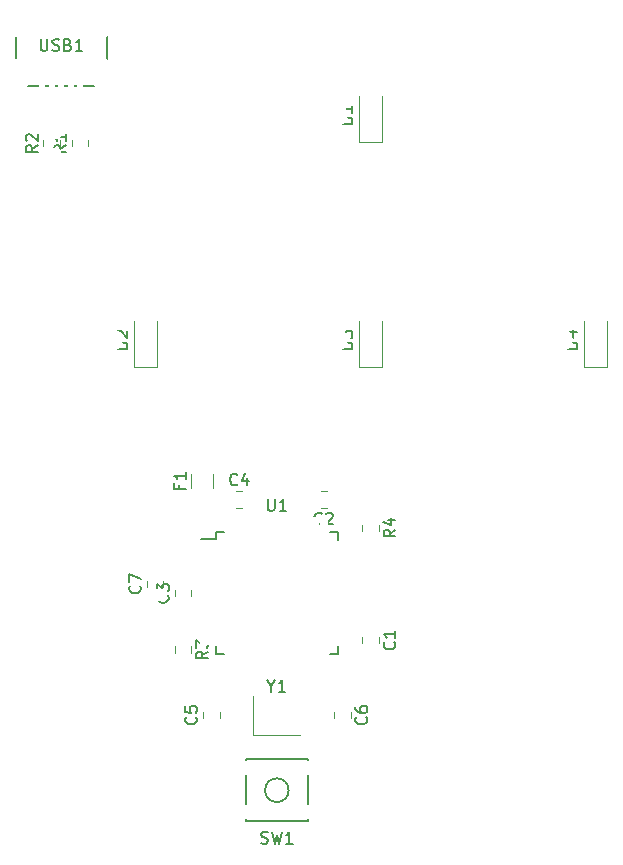
<source format=gto>
G04 #@! TF.GenerationSoftware,KiCad,Pcbnew,(5.1.4)-1*
G04 #@! TF.CreationDate,2022-10-29T17:57:50-05:00*
G04 #@! TF.ProjectId,first-3k-keypad,66697273-742d-4336-9b2d-6b6579706164,rev?*
G04 #@! TF.SameCoordinates,Original*
G04 #@! TF.FileFunction,Legend,Top*
G04 #@! TF.FilePolarity,Positive*
%FSLAX46Y46*%
G04 Gerber Fmt 4.6, Leading zero omitted, Abs format (unit mm)*
G04 Created by KiCad (PCBNEW (5.1.4)-1) date 2022-10-29 17:57:50*
%MOMM*%
%LPD*%
G04 APERTURE LIST*
%ADD10C,0.120000*%
%ADD11C,0.150000*%
%ADD12C,4.089800*%
%ADD13C,1.852000*%
%ADD14C,0.020000*%
%ADD15C,1.352000*%
%ADD16C,1.077000*%
%ADD17R,1.602000X0.652000*%
%ADD18R,0.652000X1.602000*%
%ADD19R,1.502000X1.302000*%
%ADD20R,0.602000X2.352000*%
%ADD21O,1.802000X2.802000*%
%ADD22R,1.902000X1.202000*%
%ADD23R,1.302000X1.002000*%
G04 APERTURE END LIST*
D10*
X121560000Y-136333314D02*
X121560000Y-135129186D01*
X119740000Y-136333314D02*
X119740000Y-135129186D01*
X111041250Y-107414828D02*
X111041250Y-106897672D01*
X109621250Y-107414828D02*
X109621250Y-106897672D01*
D11*
X121825000Y-140081250D02*
X121825000Y-140656250D01*
X132175000Y-140081250D02*
X132175000Y-140756250D01*
X132175000Y-150431250D02*
X132175000Y-149756250D01*
X121825000Y-150431250D02*
X121825000Y-149756250D01*
X121825000Y-140081250D02*
X122500000Y-140081250D01*
X121825000Y-150431250D02*
X122500000Y-150431250D01*
X132175000Y-150431250D02*
X131500000Y-150431250D01*
X132175000Y-140081250D02*
X131500000Y-140081250D01*
X121825000Y-140656250D02*
X120550000Y-140656250D01*
D10*
X125000000Y-153925000D02*
X125000000Y-157225000D01*
X125000000Y-157225000D02*
X129000000Y-157225000D01*
D11*
X112593750Y-102287500D02*
X104893750Y-102287500D01*
X104893750Y-96837500D02*
X104893750Y-102287500D01*
X112593750Y-96837500D02*
X112593750Y-102287500D01*
X128000000Y-161925000D02*
G75*
G03X128000000Y-161925000I-1000000J0D01*
G01*
X124400000Y-164525000D02*
X124400000Y-159325000D01*
X129600000Y-164525000D02*
X124400000Y-164525000D01*
X129600000Y-159325000D02*
X129600000Y-164525000D01*
X124400000Y-159325000D02*
X129600000Y-159325000D01*
D10*
X134227500Y-139441422D02*
X134227500Y-139958578D01*
X135647500Y-139441422D02*
X135647500Y-139958578D01*
X119772500Y-149760172D02*
X119772500Y-150277328D01*
X118352500Y-149760172D02*
X118352500Y-150277328D01*
X107240000Y-107414828D02*
X107240000Y-106897672D01*
X108660000Y-107414828D02*
X108660000Y-106897672D01*
X152987500Y-126075000D02*
X154987500Y-126075000D01*
X154987500Y-126075000D02*
X154987500Y-122175000D01*
X152987500Y-126075000D02*
X152987500Y-122175000D01*
X133937500Y-126075000D02*
X133937500Y-122175000D01*
X135937500Y-126075000D02*
X135937500Y-122175000D01*
X133937500Y-126075000D02*
X135937500Y-126075000D01*
X114887500Y-126075000D02*
X116887500Y-126075000D01*
X116887500Y-126075000D02*
X116887500Y-122175000D01*
X114887500Y-126075000D02*
X114887500Y-122175000D01*
X133937500Y-107025000D02*
X135937500Y-107025000D01*
X135937500Y-107025000D02*
X135937500Y-103125000D01*
X133937500Y-107025000D02*
X133937500Y-103125000D01*
X117391250Y-144721078D02*
X117391250Y-144203922D01*
X115971250Y-144721078D02*
X115971250Y-144203922D01*
X131846250Y-155316422D02*
X131846250Y-155833578D01*
X133266250Y-155316422D02*
X133266250Y-155833578D01*
X122153750Y-155833578D02*
X122153750Y-155316422D01*
X120733750Y-155833578D02*
X120733750Y-155316422D01*
X123566422Y-138028750D02*
X124083578Y-138028750D01*
X123566422Y-136608750D02*
X124083578Y-136608750D01*
X119772500Y-145514828D02*
X119772500Y-144997672D01*
X118352500Y-145514828D02*
X118352500Y-144997672D01*
X131227328Y-138028750D02*
X130710172Y-138028750D01*
X131227328Y-136608750D02*
X130710172Y-136608750D01*
X135647500Y-148966422D02*
X135647500Y-149483578D01*
X134227500Y-148966422D02*
X134227500Y-149483578D01*
D11*
X118758571Y-136064583D02*
X118758571Y-136397916D01*
X119282380Y-136397916D02*
X118282380Y-136397916D01*
X118282380Y-135921726D01*
X119282380Y-135016964D02*
X119282380Y-135588392D01*
X119282380Y-135302678D02*
X118282380Y-135302678D01*
X118425238Y-135397916D01*
X118520476Y-135493154D01*
X118568095Y-135588392D01*
X109133630Y-107322916D02*
X108657440Y-107656250D01*
X109133630Y-107894345D02*
X108133630Y-107894345D01*
X108133630Y-107513392D01*
X108181250Y-107418154D01*
X108228869Y-107370535D01*
X108324107Y-107322916D01*
X108466964Y-107322916D01*
X108562202Y-107370535D01*
X108609821Y-107418154D01*
X108657440Y-107513392D01*
X108657440Y-107894345D01*
X109133630Y-106370535D02*
X109133630Y-106941964D01*
X109133630Y-106656250D02*
X108133630Y-106656250D01*
X108276488Y-106751488D01*
X108371726Y-106846726D01*
X108419345Y-106941964D01*
X126238095Y-137258630D02*
X126238095Y-138068154D01*
X126285714Y-138163392D01*
X126333333Y-138211011D01*
X126428571Y-138258630D01*
X126619047Y-138258630D01*
X126714285Y-138211011D01*
X126761904Y-138163392D01*
X126809523Y-138068154D01*
X126809523Y-137258630D01*
X127809523Y-138258630D02*
X127238095Y-138258630D01*
X127523809Y-138258630D02*
X127523809Y-137258630D01*
X127428571Y-137401488D01*
X127333333Y-137496726D01*
X127238095Y-137544345D01*
X126523809Y-153101190D02*
X126523809Y-153577380D01*
X126190476Y-152577380D02*
X126523809Y-153101190D01*
X126857142Y-152577380D01*
X127714285Y-153577380D02*
X127142857Y-153577380D01*
X127428571Y-153577380D02*
X127428571Y-152577380D01*
X127333333Y-152720238D01*
X127238095Y-152815476D01*
X127142857Y-152863095D01*
X107005654Y-98321880D02*
X107005654Y-99131404D01*
X107053273Y-99226642D01*
X107100892Y-99274261D01*
X107196130Y-99321880D01*
X107386607Y-99321880D01*
X107481845Y-99274261D01*
X107529464Y-99226642D01*
X107577083Y-99131404D01*
X107577083Y-98321880D01*
X108005654Y-99274261D02*
X108148511Y-99321880D01*
X108386607Y-99321880D01*
X108481845Y-99274261D01*
X108529464Y-99226642D01*
X108577083Y-99131404D01*
X108577083Y-99036166D01*
X108529464Y-98940928D01*
X108481845Y-98893309D01*
X108386607Y-98845690D01*
X108196130Y-98798071D01*
X108100892Y-98750452D01*
X108053273Y-98702833D01*
X108005654Y-98607595D01*
X108005654Y-98512357D01*
X108053273Y-98417119D01*
X108100892Y-98369500D01*
X108196130Y-98321880D01*
X108434226Y-98321880D01*
X108577083Y-98369500D01*
X109338988Y-98798071D02*
X109481845Y-98845690D01*
X109529464Y-98893309D01*
X109577083Y-98988547D01*
X109577083Y-99131404D01*
X109529464Y-99226642D01*
X109481845Y-99274261D01*
X109386607Y-99321880D01*
X109005654Y-99321880D01*
X109005654Y-98321880D01*
X109338988Y-98321880D01*
X109434226Y-98369500D01*
X109481845Y-98417119D01*
X109529464Y-98512357D01*
X109529464Y-98607595D01*
X109481845Y-98702833D01*
X109434226Y-98750452D01*
X109338988Y-98798071D01*
X109005654Y-98798071D01*
X110529464Y-99321880D02*
X109958035Y-99321880D01*
X110243750Y-99321880D02*
X110243750Y-98321880D01*
X110148511Y-98464738D01*
X110053273Y-98559976D01*
X109958035Y-98607595D01*
X125666666Y-166393761D02*
X125809523Y-166441380D01*
X126047619Y-166441380D01*
X126142857Y-166393761D01*
X126190476Y-166346142D01*
X126238095Y-166250904D01*
X126238095Y-166155666D01*
X126190476Y-166060428D01*
X126142857Y-166012809D01*
X126047619Y-165965190D01*
X125857142Y-165917571D01*
X125761904Y-165869952D01*
X125714285Y-165822333D01*
X125666666Y-165727095D01*
X125666666Y-165631857D01*
X125714285Y-165536619D01*
X125761904Y-165489000D01*
X125857142Y-165441380D01*
X126095238Y-165441380D01*
X126238095Y-165489000D01*
X126571428Y-165441380D02*
X126809523Y-166441380D01*
X127000000Y-165727095D01*
X127190476Y-166441380D01*
X127428571Y-165441380D01*
X128333333Y-166441380D02*
X127761904Y-166441380D01*
X128047619Y-166441380D02*
X128047619Y-165441380D01*
X127952380Y-165584238D01*
X127857142Y-165679476D01*
X127761904Y-165727095D01*
X137039880Y-139866666D02*
X136563690Y-140200000D01*
X137039880Y-140438095D02*
X136039880Y-140438095D01*
X136039880Y-140057142D01*
X136087500Y-139961904D01*
X136135119Y-139914285D01*
X136230357Y-139866666D01*
X136373214Y-139866666D01*
X136468452Y-139914285D01*
X136516071Y-139961904D01*
X136563690Y-140057142D01*
X136563690Y-140438095D01*
X136373214Y-139009523D02*
X137039880Y-139009523D01*
X135992261Y-139247619D02*
X136706547Y-139485714D01*
X136706547Y-138866666D01*
X121164880Y-150185416D02*
X120688690Y-150518750D01*
X121164880Y-150756845D02*
X120164880Y-150756845D01*
X120164880Y-150375892D01*
X120212500Y-150280654D01*
X120260119Y-150233035D01*
X120355357Y-150185416D01*
X120498214Y-150185416D01*
X120593452Y-150233035D01*
X120641071Y-150280654D01*
X120688690Y-150375892D01*
X120688690Y-150756845D01*
X120164880Y-149852083D02*
X120164880Y-149233035D01*
X120545833Y-149566369D01*
X120545833Y-149423511D01*
X120593452Y-149328273D01*
X120641071Y-149280654D01*
X120736309Y-149233035D01*
X120974404Y-149233035D01*
X121069642Y-149280654D01*
X121117261Y-149328273D01*
X121164880Y-149423511D01*
X121164880Y-149709226D01*
X121117261Y-149804464D01*
X121069642Y-149852083D01*
X106752380Y-107322916D02*
X106276190Y-107656250D01*
X106752380Y-107894345D02*
X105752380Y-107894345D01*
X105752380Y-107513392D01*
X105800000Y-107418154D01*
X105847619Y-107370535D01*
X105942857Y-107322916D01*
X106085714Y-107322916D01*
X106180952Y-107370535D01*
X106228571Y-107418154D01*
X106276190Y-107513392D01*
X106276190Y-107894345D01*
X105847619Y-106941964D02*
X105800000Y-106894345D01*
X105752380Y-106799107D01*
X105752380Y-106561011D01*
X105800000Y-106465773D01*
X105847619Y-106418154D01*
X105942857Y-106370535D01*
X106038095Y-106370535D01*
X106180952Y-106418154D01*
X106752380Y-106989583D01*
X106752380Y-106370535D01*
X152439880Y-124563095D02*
X151439880Y-124563095D01*
X151439880Y-124325000D01*
X151487500Y-124182142D01*
X151582738Y-124086904D01*
X151677976Y-124039285D01*
X151868452Y-123991666D01*
X152011309Y-123991666D01*
X152201785Y-124039285D01*
X152297023Y-124086904D01*
X152392261Y-124182142D01*
X152439880Y-124325000D01*
X152439880Y-124563095D01*
X151773214Y-123134523D02*
X152439880Y-123134523D01*
X151392261Y-123372619D02*
X152106547Y-123610714D01*
X152106547Y-122991666D01*
X133389880Y-124563095D02*
X132389880Y-124563095D01*
X132389880Y-124325000D01*
X132437500Y-124182142D01*
X132532738Y-124086904D01*
X132627976Y-124039285D01*
X132818452Y-123991666D01*
X132961309Y-123991666D01*
X133151785Y-124039285D01*
X133247023Y-124086904D01*
X133342261Y-124182142D01*
X133389880Y-124325000D01*
X133389880Y-124563095D01*
X132389880Y-123658333D02*
X132389880Y-123039285D01*
X132770833Y-123372619D01*
X132770833Y-123229761D01*
X132818452Y-123134523D01*
X132866071Y-123086904D01*
X132961309Y-123039285D01*
X133199404Y-123039285D01*
X133294642Y-123086904D01*
X133342261Y-123134523D01*
X133389880Y-123229761D01*
X133389880Y-123515476D01*
X133342261Y-123610714D01*
X133294642Y-123658333D01*
X114339880Y-124563095D02*
X113339880Y-124563095D01*
X113339880Y-124325000D01*
X113387500Y-124182142D01*
X113482738Y-124086904D01*
X113577976Y-124039285D01*
X113768452Y-123991666D01*
X113911309Y-123991666D01*
X114101785Y-124039285D01*
X114197023Y-124086904D01*
X114292261Y-124182142D01*
X114339880Y-124325000D01*
X114339880Y-124563095D01*
X113435119Y-123610714D02*
X113387500Y-123563095D01*
X113339880Y-123467857D01*
X113339880Y-123229761D01*
X113387500Y-123134523D01*
X113435119Y-123086904D01*
X113530357Y-123039285D01*
X113625595Y-123039285D01*
X113768452Y-123086904D01*
X114339880Y-123658333D01*
X114339880Y-123039285D01*
X133389880Y-105513095D02*
X132389880Y-105513095D01*
X132389880Y-105275000D01*
X132437500Y-105132142D01*
X132532738Y-105036904D01*
X132627976Y-104989285D01*
X132818452Y-104941666D01*
X132961309Y-104941666D01*
X133151785Y-104989285D01*
X133247023Y-105036904D01*
X133342261Y-105132142D01*
X133389880Y-105275000D01*
X133389880Y-105513095D01*
X133389880Y-103989285D02*
X133389880Y-104560714D01*
X133389880Y-104275000D02*
X132389880Y-104275000D01*
X132532738Y-104370238D01*
X132627976Y-104465476D01*
X132675595Y-104560714D01*
X115388392Y-144629166D02*
X115436011Y-144676785D01*
X115483630Y-144819642D01*
X115483630Y-144914880D01*
X115436011Y-145057738D01*
X115340773Y-145152976D01*
X115245535Y-145200595D01*
X115055059Y-145248214D01*
X114912202Y-145248214D01*
X114721726Y-145200595D01*
X114626488Y-145152976D01*
X114531250Y-145057738D01*
X114483630Y-144914880D01*
X114483630Y-144819642D01*
X114531250Y-144676785D01*
X114578869Y-144629166D01*
X114483630Y-144295833D02*
X114483630Y-143629166D01*
X115483630Y-144057738D01*
X134563392Y-155741666D02*
X134611011Y-155789285D01*
X134658630Y-155932142D01*
X134658630Y-156027380D01*
X134611011Y-156170238D01*
X134515773Y-156265476D01*
X134420535Y-156313095D01*
X134230059Y-156360714D01*
X134087202Y-156360714D01*
X133896726Y-156313095D01*
X133801488Y-156265476D01*
X133706250Y-156170238D01*
X133658630Y-156027380D01*
X133658630Y-155932142D01*
X133706250Y-155789285D01*
X133753869Y-155741666D01*
X133658630Y-154884523D02*
X133658630Y-155075000D01*
X133706250Y-155170238D01*
X133753869Y-155217857D01*
X133896726Y-155313095D01*
X134087202Y-155360714D01*
X134468154Y-155360714D01*
X134563392Y-155313095D01*
X134611011Y-155265476D01*
X134658630Y-155170238D01*
X134658630Y-154979761D01*
X134611011Y-154884523D01*
X134563392Y-154836904D01*
X134468154Y-154789285D01*
X134230059Y-154789285D01*
X134134821Y-154836904D01*
X134087202Y-154884523D01*
X134039583Y-154979761D01*
X134039583Y-155170238D01*
X134087202Y-155265476D01*
X134134821Y-155313095D01*
X134230059Y-155360714D01*
X120150892Y-155741666D02*
X120198511Y-155789285D01*
X120246130Y-155932142D01*
X120246130Y-156027380D01*
X120198511Y-156170238D01*
X120103273Y-156265476D01*
X120008035Y-156313095D01*
X119817559Y-156360714D01*
X119674702Y-156360714D01*
X119484226Y-156313095D01*
X119388988Y-156265476D01*
X119293750Y-156170238D01*
X119246130Y-156027380D01*
X119246130Y-155932142D01*
X119293750Y-155789285D01*
X119341369Y-155741666D01*
X119246130Y-154836904D02*
X119246130Y-155313095D01*
X119722321Y-155360714D01*
X119674702Y-155313095D01*
X119627083Y-155217857D01*
X119627083Y-154979761D01*
X119674702Y-154884523D01*
X119722321Y-154836904D01*
X119817559Y-154789285D01*
X120055654Y-154789285D01*
X120150892Y-154836904D01*
X120198511Y-154884523D01*
X120246130Y-154979761D01*
X120246130Y-155217857D01*
X120198511Y-155313095D01*
X120150892Y-155360714D01*
X123658333Y-136025892D02*
X123610714Y-136073511D01*
X123467857Y-136121130D01*
X123372619Y-136121130D01*
X123229761Y-136073511D01*
X123134523Y-135978273D01*
X123086904Y-135883035D01*
X123039285Y-135692559D01*
X123039285Y-135549702D01*
X123086904Y-135359226D01*
X123134523Y-135263988D01*
X123229761Y-135168750D01*
X123372619Y-135121130D01*
X123467857Y-135121130D01*
X123610714Y-135168750D01*
X123658333Y-135216369D01*
X124515476Y-135454464D02*
X124515476Y-136121130D01*
X124277380Y-135073511D02*
X124039285Y-135787797D01*
X124658333Y-135787797D01*
X117769642Y-145422916D02*
X117817261Y-145470535D01*
X117864880Y-145613392D01*
X117864880Y-145708630D01*
X117817261Y-145851488D01*
X117722023Y-145946726D01*
X117626785Y-145994345D01*
X117436309Y-146041964D01*
X117293452Y-146041964D01*
X117102976Y-145994345D01*
X117007738Y-145946726D01*
X116912500Y-145851488D01*
X116864880Y-145708630D01*
X116864880Y-145613392D01*
X116912500Y-145470535D01*
X116960119Y-145422916D01*
X116864880Y-145089583D02*
X116864880Y-144470535D01*
X117245833Y-144803869D01*
X117245833Y-144661011D01*
X117293452Y-144565773D01*
X117341071Y-144518154D01*
X117436309Y-144470535D01*
X117674404Y-144470535D01*
X117769642Y-144518154D01*
X117817261Y-144565773D01*
X117864880Y-144661011D01*
X117864880Y-144946726D01*
X117817261Y-145041964D01*
X117769642Y-145089583D01*
X130802083Y-139325892D02*
X130754464Y-139373511D01*
X130611607Y-139421130D01*
X130516369Y-139421130D01*
X130373511Y-139373511D01*
X130278273Y-139278273D01*
X130230654Y-139183035D01*
X130183035Y-138992559D01*
X130183035Y-138849702D01*
X130230654Y-138659226D01*
X130278273Y-138563988D01*
X130373511Y-138468750D01*
X130516369Y-138421130D01*
X130611607Y-138421130D01*
X130754464Y-138468750D01*
X130802083Y-138516369D01*
X131183035Y-138516369D02*
X131230654Y-138468750D01*
X131325892Y-138421130D01*
X131563988Y-138421130D01*
X131659226Y-138468750D01*
X131706845Y-138516369D01*
X131754464Y-138611607D01*
X131754464Y-138706845D01*
X131706845Y-138849702D01*
X131135416Y-139421130D01*
X131754464Y-139421130D01*
X136944642Y-149391666D02*
X136992261Y-149439285D01*
X137039880Y-149582142D01*
X137039880Y-149677380D01*
X136992261Y-149820238D01*
X136897023Y-149915476D01*
X136801785Y-149963095D01*
X136611309Y-150010714D01*
X136468452Y-150010714D01*
X136277976Y-149963095D01*
X136182738Y-149915476D01*
X136087500Y-149820238D01*
X136039880Y-149677380D01*
X136039880Y-149582142D01*
X136087500Y-149439285D01*
X136135119Y-149391666D01*
X137039880Y-148439285D02*
X137039880Y-149010714D01*
X137039880Y-148725000D02*
X136039880Y-148725000D01*
X136182738Y-148820238D01*
X136277976Y-148915476D01*
X136325595Y-149010714D01*
%LPC*%
D12*
X146050000Y-123825000D03*
D13*
X140970000Y-123825000D03*
X151130000Y-123825000D03*
D14*
G36*
X121332104Y-133656552D02*
G01*
X121358352Y-133660446D01*
X121384093Y-133666893D01*
X121409078Y-133675833D01*
X121433066Y-133687178D01*
X121455826Y-133700821D01*
X121477140Y-133716628D01*
X121496802Y-133734448D01*
X121514622Y-133754110D01*
X121530429Y-133775424D01*
X121544072Y-133798184D01*
X121555417Y-133822172D01*
X121564357Y-133847157D01*
X121570804Y-133872898D01*
X121574698Y-133899146D01*
X121576000Y-133925650D01*
X121576000Y-134736850D01*
X121574698Y-134763354D01*
X121570804Y-134789602D01*
X121564357Y-134815343D01*
X121555417Y-134840328D01*
X121544072Y-134864316D01*
X121530429Y-134887076D01*
X121514622Y-134908390D01*
X121496802Y-134928052D01*
X121477140Y-134945872D01*
X121455826Y-134961679D01*
X121433066Y-134975322D01*
X121409078Y-134986667D01*
X121384093Y-134995607D01*
X121358352Y-135002054D01*
X121332104Y-135005948D01*
X121305600Y-135007250D01*
X119994400Y-135007250D01*
X119967896Y-135005948D01*
X119941648Y-135002054D01*
X119915907Y-134995607D01*
X119890922Y-134986667D01*
X119866934Y-134975322D01*
X119844174Y-134961679D01*
X119822860Y-134945872D01*
X119803198Y-134928052D01*
X119785378Y-134908390D01*
X119769571Y-134887076D01*
X119755928Y-134864316D01*
X119744583Y-134840328D01*
X119735643Y-134815343D01*
X119729196Y-134789602D01*
X119725302Y-134763354D01*
X119724000Y-134736850D01*
X119724000Y-133925650D01*
X119725302Y-133899146D01*
X119729196Y-133872898D01*
X119735643Y-133847157D01*
X119744583Y-133822172D01*
X119755928Y-133798184D01*
X119769571Y-133775424D01*
X119785378Y-133754110D01*
X119803198Y-133734448D01*
X119822860Y-133716628D01*
X119844174Y-133700821D01*
X119866934Y-133687178D01*
X119890922Y-133675833D01*
X119915907Y-133666893D01*
X119941648Y-133660446D01*
X119967896Y-133656552D01*
X119994400Y-133655250D01*
X121305600Y-133655250D01*
X121332104Y-133656552D01*
X121332104Y-133656552D01*
G37*
D15*
X120650000Y-134331250D03*
D14*
G36*
X121332104Y-136456552D02*
G01*
X121358352Y-136460446D01*
X121384093Y-136466893D01*
X121409078Y-136475833D01*
X121433066Y-136487178D01*
X121455826Y-136500821D01*
X121477140Y-136516628D01*
X121496802Y-136534448D01*
X121514622Y-136554110D01*
X121530429Y-136575424D01*
X121544072Y-136598184D01*
X121555417Y-136622172D01*
X121564357Y-136647157D01*
X121570804Y-136672898D01*
X121574698Y-136699146D01*
X121576000Y-136725650D01*
X121576000Y-137536850D01*
X121574698Y-137563354D01*
X121570804Y-137589602D01*
X121564357Y-137615343D01*
X121555417Y-137640328D01*
X121544072Y-137664316D01*
X121530429Y-137687076D01*
X121514622Y-137708390D01*
X121496802Y-137728052D01*
X121477140Y-137745872D01*
X121455826Y-137761679D01*
X121433066Y-137775322D01*
X121409078Y-137786667D01*
X121384093Y-137795607D01*
X121358352Y-137802054D01*
X121332104Y-137805948D01*
X121305600Y-137807250D01*
X119994400Y-137807250D01*
X119967896Y-137805948D01*
X119941648Y-137802054D01*
X119915907Y-137795607D01*
X119890922Y-137786667D01*
X119866934Y-137775322D01*
X119844174Y-137761679D01*
X119822860Y-137745872D01*
X119803198Y-137728052D01*
X119785378Y-137708390D01*
X119769571Y-137687076D01*
X119755928Y-137664316D01*
X119744583Y-137640328D01*
X119735643Y-137615343D01*
X119729196Y-137589602D01*
X119725302Y-137563354D01*
X119724000Y-137536850D01*
X119724000Y-136725650D01*
X119725302Y-136699146D01*
X119729196Y-136672898D01*
X119735643Y-136647157D01*
X119744583Y-136622172D01*
X119755928Y-136598184D01*
X119769571Y-136575424D01*
X119785378Y-136554110D01*
X119803198Y-136534448D01*
X119822860Y-136516628D01*
X119844174Y-136500821D01*
X119866934Y-136487178D01*
X119890922Y-136475833D01*
X119915907Y-136466893D01*
X119941648Y-136460446D01*
X119967896Y-136456552D01*
X119994400Y-136455250D01*
X121305600Y-136455250D01*
X121332104Y-136456552D01*
X121332104Y-136456552D01*
G37*
D15*
X120650000Y-137131250D03*
D14*
G36*
X110839391Y-105681547D02*
G01*
X110865528Y-105685424D01*
X110891159Y-105691844D01*
X110916038Y-105700745D01*
X110939924Y-105712043D01*
X110962587Y-105725627D01*
X110983810Y-105741367D01*
X111003389Y-105759111D01*
X111021133Y-105778690D01*
X111036873Y-105799913D01*
X111050457Y-105822576D01*
X111061755Y-105846462D01*
X111070656Y-105871341D01*
X111077076Y-105896972D01*
X111080953Y-105923109D01*
X111082250Y-105949500D01*
X111082250Y-106488000D01*
X111080953Y-106514391D01*
X111077076Y-106540528D01*
X111070656Y-106566159D01*
X111061755Y-106591038D01*
X111050457Y-106614924D01*
X111036873Y-106637587D01*
X111021133Y-106658810D01*
X111003389Y-106678389D01*
X110983810Y-106696133D01*
X110962587Y-106711873D01*
X110939924Y-106725457D01*
X110916038Y-106736755D01*
X110891159Y-106745656D01*
X110865528Y-106752076D01*
X110839391Y-106755953D01*
X110813000Y-106757250D01*
X109849500Y-106757250D01*
X109823109Y-106755953D01*
X109796972Y-106752076D01*
X109771341Y-106745656D01*
X109746462Y-106736755D01*
X109722576Y-106725457D01*
X109699913Y-106711873D01*
X109678690Y-106696133D01*
X109659111Y-106678389D01*
X109641367Y-106658810D01*
X109625627Y-106637587D01*
X109612043Y-106614924D01*
X109600745Y-106591038D01*
X109591844Y-106566159D01*
X109585424Y-106540528D01*
X109581547Y-106514391D01*
X109580250Y-106488000D01*
X109580250Y-105949500D01*
X109581547Y-105923109D01*
X109585424Y-105896972D01*
X109591844Y-105871341D01*
X109600745Y-105846462D01*
X109612043Y-105822576D01*
X109625627Y-105799913D01*
X109641367Y-105778690D01*
X109659111Y-105759111D01*
X109678690Y-105741367D01*
X109699913Y-105725627D01*
X109722576Y-105712043D01*
X109746462Y-105700745D01*
X109771341Y-105691844D01*
X109796972Y-105685424D01*
X109823109Y-105681547D01*
X109849500Y-105680250D01*
X110813000Y-105680250D01*
X110839391Y-105681547D01*
X110839391Y-105681547D01*
G37*
D16*
X110331250Y-106218750D03*
D14*
G36*
X110839391Y-107556547D02*
G01*
X110865528Y-107560424D01*
X110891159Y-107566844D01*
X110916038Y-107575745D01*
X110939924Y-107587043D01*
X110962587Y-107600627D01*
X110983810Y-107616367D01*
X111003389Y-107634111D01*
X111021133Y-107653690D01*
X111036873Y-107674913D01*
X111050457Y-107697576D01*
X111061755Y-107721462D01*
X111070656Y-107746341D01*
X111077076Y-107771972D01*
X111080953Y-107798109D01*
X111082250Y-107824500D01*
X111082250Y-108363000D01*
X111080953Y-108389391D01*
X111077076Y-108415528D01*
X111070656Y-108441159D01*
X111061755Y-108466038D01*
X111050457Y-108489924D01*
X111036873Y-108512587D01*
X111021133Y-108533810D01*
X111003389Y-108553389D01*
X110983810Y-108571133D01*
X110962587Y-108586873D01*
X110939924Y-108600457D01*
X110916038Y-108611755D01*
X110891159Y-108620656D01*
X110865528Y-108627076D01*
X110839391Y-108630953D01*
X110813000Y-108632250D01*
X109849500Y-108632250D01*
X109823109Y-108630953D01*
X109796972Y-108627076D01*
X109771341Y-108620656D01*
X109746462Y-108611755D01*
X109722576Y-108600457D01*
X109699913Y-108586873D01*
X109678690Y-108571133D01*
X109659111Y-108553389D01*
X109641367Y-108533810D01*
X109625627Y-108512587D01*
X109612043Y-108489924D01*
X109600745Y-108466038D01*
X109591844Y-108441159D01*
X109585424Y-108415528D01*
X109581547Y-108389391D01*
X109580250Y-108363000D01*
X109580250Y-107824500D01*
X109581547Y-107798109D01*
X109585424Y-107771972D01*
X109591844Y-107746341D01*
X109600745Y-107721462D01*
X109612043Y-107697576D01*
X109625627Y-107674913D01*
X109641367Y-107653690D01*
X109659111Y-107634111D01*
X109678690Y-107616367D01*
X109699913Y-107600627D01*
X109722576Y-107587043D01*
X109746462Y-107575745D01*
X109771341Y-107566844D01*
X109796972Y-107560424D01*
X109823109Y-107556547D01*
X109849500Y-107555250D01*
X110813000Y-107555250D01*
X110839391Y-107556547D01*
X110839391Y-107556547D01*
G37*
D16*
X110331250Y-108093750D03*
D12*
X127000000Y-123825000D03*
D13*
X121920000Y-123825000D03*
X132080000Y-123825000D03*
D17*
X121300000Y-141256250D03*
X121300000Y-142056250D03*
X121300000Y-142856250D03*
X121300000Y-143656250D03*
X121300000Y-144456250D03*
X121300000Y-145256250D03*
X121300000Y-146056250D03*
X121300000Y-146856250D03*
X121300000Y-147656250D03*
X121300000Y-148456250D03*
X121300000Y-149256250D03*
D18*
X123000000Y-150956250D03*
X123800000Y-150956250D03*
X124600000Y-150956250D03*
X125400000Y-150956250D03*
X126200000Y-150956250D03*
X127000000Y-150956250D03*
X127800000Y-150956250D03*
X128600000Y-150956250D03*
X129400000Y-150956250D03*
X130200000Y-150956250D03*
X131000000Y-150956250D03*
D17*
X132700000Y-149256250D03*
X132700000Y-148456250D03*
X132700000Y-147656250D03*
X132700000Y-146856250D03*
X132700000Y-146056250D03*
X132700000Y-145256250D03*
X132700000Y-144456250D03*
X132700000Y-143656250D03*
X132700000Y-142856250D03*
X132700000Y-142056250D03*
X132700000Y-141256250D03*
D18*
X131000000Y-139556250D03*
X130200000Y-139556250D03*
X129400000Y-139556250D03*
X128600000Y-139556250D03*
X127800000Y-139556250D03*
X127000000Y-139556250D03*
X126200000Y-139556250D03*
X125400000Y-139556250D03*
X124600000Y-139556250D03*
X123800000Y-139556250D03*
X123000000Y-139556250D03*
D19*
X125900000Y-156425000D03*
X128100000Y-156425000D03*
X128100000Y-154725000D03*
X125900000Y-154725000D03*
D20*
X107143750Y-101337500D03*
X107943750Y-101337500D03*
X108743750Y-101337500D03*
X109543750Y-101337500D03*
X110343750Y-101337500D03*
D21*
X112393750Y-101337500D03*
X105093750Y-101337500D03*
X105093750Y-96837500D03*
X112393750Y-96837500D03*
D22*
X130100000Y-163775000D03*
X123900000Y-160075000D03*
X130100000Y-160075000D03*
X123900000Y-163775000D03*
D14*
G36*
X135445641Y-140100297D02*
G01*
X135471778Y-140104174D01*
X135497409Y-140110594D01*
X135522288Y-140119495D01*
X135546174Y-140130793D01*
X135568837Y-140144377D01*
X135590060Y-140160117D01*
X135609639Y-140177861D01*
X135627383Y-140197440D01*
X135643123Y-140218663D01*
X135656707Y-140241326D01*
X135668005Y-140265212D01*
X135676906Y-140290091D01*
X135683326Y-140315722D01*
X135687203Y-140341859D01*
X135688500Y-140368250D01*
X135688500Y-140906750D01*
X135687203Y-140933141D01*
X135683326Y-140959278D01*
X135676906Y-140984909D01*
X135668005Y-141009788D01*
X135656707Y-141033674D01*
X135643123Y-141056337D01*
X135627383Y-141077560D01*
X135609639Y-141097139D01*
X135590060Y-141114883D01*
X135568837Y-141130623D01*
X135546174Y-141144207D01*
X135522288Y-141155505D01*
X135497409Y-141164406D01*
X135471778Y-141170826D01*
X135445641Y-141174703D01*
X135419250Y-141176000D01*
X134455750Y-141176000D01*
X134429359Y-141174703D01*
X134403222Y-141170826D01*
X134377591Y-141164406D01*
X134352712Y-141155505D01*
X134328826Y-141144207D01*
X134306163Y-141130623D01*
X134284940Y-141114883D01*
X134265361Y-141097139D01*
X134247617Y-141077560D01*
X134231877Y-141056337D01*
X134218293Y-141033674D01*
X134206995Y-141009788D01*
X134198094Y-140984909D01*
X134191674Y-140959278D01*
X134187797Y-140933141D01*
X134186500Y-140906750D01*
X134186500Y-140368250D01*
X134187797Y-140341859D01*
X134191674Y-140315722D01*
X134198094Y-140290091D01*
X134206995Y-140265212D01*
X134218293Y-140241326D01*
X134231877Y-140218663D01*
X134247617Y-140197440D01*
X134265361Y-140177861D01*
X134284940Y-140160117D01*
X134306163Y-140144377D01*
X134328826Y-140130793D01*
X134352712Y-140119495D01*
X134377591Y-140110594D01*
X134403222Y-140104174D01*
X134429359Y-140100297D01*
X134455750Y-140099000D01*
X135419250Y-140099000D01*
X135445641Y-140100297D01*
X135445641Y-140100297D01*
G37*
D16*
X134937500Y-140637500D03*
D14*
G36*
X135445641Y-138225297D02*
G01*
X135471778Y-138229174D01*
X135497409Y-138235594D01*
X135522288Y-138244495D01*
X135546174Y-138255793D01*
X135568837Y-138269377D01*
X135590060Y-138285117D01*
X135609639Y-138302861D01*
X135627383Y-138322440D01*
X135643123Y-138343663D01*
X135656707Y-138366326D01*
X135668005Y-138390212D01*
X135676906Y-138415091D01*
X135683326Y-138440722D01*
X135687203Y-138466859D01*
X135688500Y-138493250D01*
X135688500Y-139031750D01*
X135687203Y-139058141D01*
X135683326Y-139084278D01*
X135676906Y-139109909D01*
X135668005Y-139134788D01*
X135656707Y-139158674D01*
X135643123Y-139181337D01*
X135627383Y-139202560D01*
X135609639Y-139222139D01*
X135590060Y-139239883D01*
X135568837Y-139255623D01*
X135546174Y-139269207D01*
X135522288Y-139280505D01*
X135497409Y-139289406D01*
X135471778Y-139295826D01*
X135445641Y-139299703D01*
X135419250Y-139301000D01*
X134455750Y-139301000D01*
X134429359Y-139299703D01*
X134403222Y-139295826D01*
X134377591Y-139289406D01*
X134352712Y-139280505D01*
X134328826Y-139269207D01*
X134306163Y-139255623D01*
X134284940Y-139239883D01*
X134265361Y-139222139D01*
X134247617Y-139202560D01*
X134231877Y-139181337D01*
X134218293Y-139158674D01*
X134206995Y-139134788D01*
X134198094Y-139109909D01*
X134191674Y-139084278D01*
X134187797Y-139058141D01*
X134186500Y-139031750D01*
X134186500Y-138493250D01*
X134187797Y-138466859D01*
X134191674Y-138440722D01*
X134198094Y-138415091D01*
X134206995Y-138390212D01*
X134218293Y-138366326D01*
X134231877Y-138343663D01*
X134247617Y-138322440D01*
X134265361Y-138302861D01*
X134284940Y-138285117D01*
X134306163Y-138269377D01*
X134328826Y-138255793D01*
X134352712Y-138244495D01*
X134377591Y-138235594D01*
X134403222Y-138229174D01*
X134429359Y-138225297D01*
X134455750Y-138224000D01*
X135419250Y-138224000D01*
X135445641Y-138225297D01*
X135445641Y-138225297D01*
G37*
D16*
X134937500Y-138762500D03*
D14*
G36*
X119570641Y-148544047D02*
G01*
X119596778Y-148547924D01*
X119622409Y-148554344D01*
X119647288Y-148563245D01*
X119671174Y-148574543D01*
X119693837Y-148588127D01*
X119715060Y-148603867D01*
X119734639Y-148621611D01*
X119752383Y-148641190D01*
X119768123Y-148662413D01*
X119781707Y-148685076D01*
X119793005Y-148708962D01*
X119801906Y-148733841D01*
X119808326Y-148759472D01*
X119812203Y-148785609D01*
X119813500Y-148812000D01*
X119813500Y-149350500D01*
X119812203Y-149376891D01*
X119808326Y-149403028D01*
X119801906Y-149428659D01*
X119793005Y-149453538D01*
X119781707Y-149477424D01*
X119768123Y-149500087D01*
X119752383Y-149521310D01*
X119734639Y-149540889D01*
X119715060Y-149558633D01*
X119693837Y-149574373D01*
X119671174Y-149587957D01*
X119647288Y-149599255D01*
X119622409Y-149608156D01*
X119596778Y-149614576D01*
X119570641Y-149618453D01*
X119544250Y-149619750D01*
X118580750Y-149619750D01*
X118554359Y-149618453D01*
X118528222Y-149614576D01*
X118502591Y-149608156D01*
X118477712Y-149599255D01*
X118453826Y-149587957D01*
X118431163Y-149574373D01*
X118409940Y-149558633D01*
X118390361Y-149540889D01*
X118372617Y-149521310D01*
X118356877Y-149500087D01*
X118343293Y-149477424D01*
X118331995Y-149453538D01*
X118323094Y-149428659D01*
X118316674Y-149403028D01*
X118312797Y-149376891D01*
X118311500Y-149350500D01*
X118311500Y-148812000D01*
X118312797Y-148785609D01*
X118316674Y-148759472D01*
X118323094Y-148733841D01*
X118331995Y-148708962D01*
X118343293Y-148685076D01*
X118356877Y-148662413D01*
X118372617Y-148641190D01*
X118390361Y-148621611D01*
X118409940Y-148603867D01*
X118431163Y-148588127D01*
X118453826Y-148574543D01*
X118477712Y-148563245D01*
X118502591Y-148554344D01*
X118528222Y-148547924D01*
X118554359Y-148544047D01*
X118580750Y-148542750D01*
X119544250Y-148542750D01*
X119570641Y-148544047D01*
X119570641Y-148544047D01*
G37*
D16*
X119062500Y-149081250D03*
D14*
G36*
X119570641Y-150419047D02*
G01*
X119596778Y-150422924D01*
X119622409Y-150429344D01*
X119647288Y-150438245D01*
X119671174Y-150449543D01*
X119693837Y-150463127D01*
X119715060Y-150478867D01*
X119734639Y-150496611D01*
X119752383Y-150516190D01*
X119768123Y-150537413D01*
X119781707Y-150560076D01*
X119793005Y-150583962D01*
X119801906Y-150608841D01*
X119808326Y-150634472D01*
X119812203Y-150660609D01*
X119813500Y-150687000D01*
X119813500Y-151225500D01*
X119812203Y-151251891D01*
X119808326Y-151278028D01*
X119801906Y-151303659D01*
X119793005Y-151328538D01*
X119781707Y-151352424D01*
X119768123Y-151375087D01*
X119752383Y-151396310D01*
X119734639Y-151415889D01*
X119715060Y-151433633D01*
X119693837Y-151449373D01*
X119671174Y-151462957D01*
X119647288Y-151474255D01*
X119622409Y-151483156D01*
X119596778Y-151489576D01*
X119570641Y-151493453D01*
X119544250Y-151494750D01*
X118580750Y-151494750D01*
X118554359Y-151493453D01*
X118528222Y-151489576D01*
X118502591Y-151483156D01*
X118477712Y-151474255D01*
X118453826Y-151462957D01*
X118431163Y-151449373D01*
X118409940Y-151433633D01*
X118390361Y-151415889D01*
X118372617Y-151396310D01*
X118356877Y-151375087D01*
X118343293Y-151352424D01*
X118331995Y-151328538D01*
X118323094Y-151303659D01*
X118316674Y-151278028D01*
X118312797Y-151251891D01*
X118311500Y-151225500D01*
X118311500Y-150687000D01*
X118312797Y-150660609D01*
X118316674Y-150634472D01*
X118323094Y-150608841D01*
X118331995Y-150583962D01*
X118343293Y-150560076D01*
X118356877Y-150537413D01*
X118372617Y-150516190D01*
X118390361Y-150496611D01*
X118409940Y-150478867D01*
X118431163Y-150463127D01*
X118453826Y-150449543D01*
X118477712Y-150438245D01*
X118502591Y-150429344D01*
X118528222Y-150422924D01*
X118554359Y-150419047D01*
X118580750Y-150417750D01*
X119544250Y-150417750D01*
X119570641Y-150419047D01*
X119570641Y-150419047D01*
G37*
D16*
X119062500Y-150956250D03*
D14*
G36*
X108458141Y-107556547D02*
G01*
X108484278Y-107560424D01*
X108509909Y-107566844D01*
X108534788Y-107575745D01*
X108558674Y-107587043D01*
X108581337Y-107600627D01*
X108602560Y-107616367D01*
X108622139Y-107634111D01*
X108639883Y-107653690D01*
X108655623Y-107674913D01*
X108669207Y-107697576D01*
X108680505Y-107721462D01*
X108689406Y-107746341D01*
X108695826Y-107771972D01*
X108699703Y-107798109D01*
X108701000Y-107824500D01*
X108701000Y-108363000D01*
X108699703Y-108389391D01*
X108695826Y-108415528D01*
X108689406Y-108441159D01*
X108680505Y-108466038D01*
X108669207Y-108489924D01*
X108655623Y-108512587D01*
X108639883Y-108533810D01*
X108622139Y-108553389D01*
X108602560Y-108571133D01*
X108581337Y-108586873D01*
X108558674Y-108600457D01*
X108534788Y-108611755D01*
X108509909Y-108620656D01*
X108484278Y-108627076D01*
X108458141Y-108630953D01*
X108431750Y-108632250D01*
X107468250Y-108632250D01*
X107441859Y-108630953D01*
X107415722Y-108627076D01*
X107390091Y-108620656D01*
X107365212Y-108611755D01*
X107341326Y-108600457D01*
X107318663Y-108586873D01*
X107297440Y-108571133D01*
X107277861Y-108553389D01*
X107260117Y-108533810D01*
X107244377Y-108512587D01*
X107230793Y-108489924D01*
X107219495Y-108466038D01*
X107210594Y-108441159D01*
X107204174Y-108415528D01*
X107200297Y-108389391D01*
X107199000Y-108363000D01*
X107199000Y-107824500D01*
X107200297Y-107798109D01*
X107204174Y-107771972D01*
X107210594Y-107746341D01*
X107219495Y-107721462D01*
X107230793Y-107697576D01*
X107244377Y-107674913D01*
X107260117Y-107653690D01*
X107277861Y-107634111D01*
X107297440Y-107616367D01*
X107318663Y-107600627D01*
X107341326Y-107587043D01*
X107365212Y-107575745D01*
X107390091Y-107566844D01*
X107415722Y-107560424D01*
X107441859Y-107556547D01*
X107468250Y-107555250D01*
X108431750Y-107555250D01*
X108458141Y-107556547D01*
X108458141Y-107556547D01*
G37*
D16*
X107950000Y-108093750D03*
D14*
G36*
X108458141Y-105681547D02*
G01*
X108484278Y-105685424D01*
X108509909Y-105691844D01*
X108534788Y-105700745D01*
X108558674Y-105712043D01*
X108581337Y-105725627D01*
X108602560Y-105741367D01*
X108622139Y-105759111D01*
X108639883Y-105778690D01*
X108655623Y-105799913D01*
X108669207Y-105822576D01*
X108680505Y-105846462D01*
X108689406Y-105871341D01*
X108695826Y-105896972D01*
X108699703Y-105923109D01*
X108701000Y-105949500D01*
X108701000Y-106488000D01*
X108699703Y-106514391D01*
X108695826Y-106540528D01*
X108689406Y-106566159D01*
X108680505Y-106591038D01*
X108669207Y-106614924D01*
X108655623Y-106637587D01*
X108639883Y-106658810D01*
X108622139Y-106678389D01*
X108602560Y-106696133D01*
X108581337Y-106711873D01*
X108558674Y-106725457D01*
X108534788Y-106736755D01*
X108509909Y-106745656D01*
X108484278Y-106752076D01*
X108458141Y-106755953D01*
X108431750Y-106757250D01*
X107468250Y-106757250D01*
X107441859Y-106755953D01*
X107415722Y-106752076D01*
X107390091Y-106745656D01*
X107365212Y-106736755D01*
X107341326Y-106725457D01*
X107318663Y-106711873D01*
X107297440Y-106696133D01*
X107277861Y-106678389D01*
X107260117Y-106658810D01*
X107244377Y-106637587D01*
X107230793Y-106614924D01*
X107219495Y-106591038D01*
X107210594Y-106566159D01*
X107204174Y-106540528D01*
X107200297Y-106514391D01*
X107199000Y-106488000D01*
X107199000Y-105949500D01*
X107200297Y-105923109D01*
X107204174Y-105896972D01*
X107210594Y-105871341D01*
X107219495Y-105846462D01*
X107230793Y-105822576D01*
X107244377Y-105799913D01*
X107260117Y-105778690D01*
X107277861Y-105759111D01*
X107297440Y-105741367D01*
X107318663Y-105725627D01*
X107341326Y-105712043D01*
X107365212Y-105700745D01*
X107390091Y-105691844D01*
X107415722Y-105685424D01*
X107441859Y-105681547D01*
X107468250Y-105680250D01*
X108431750Y-105680250D01*
X108458141Y-105681547D01*
X108458141Y-105681547D01*
G37*
D16*
X107950000Y-106218750D03*
D12*
X107950000Y-123825000D03*
D13*
X102870000Y-123825000D03*
X113030000Y-123825000D03*
D12*
X127000000Y-104775000D03*
D13*
X121920000Y-104775000D03*
X132080000Y-104775000D03*
D23*
X153987500Y-125475000D03*
X153987500Y-122175000D03*
X134937500Y-122175000D03*
X134937500Y-125475000D03*
X115887500Y-125475000D03*
X115887500Y-122175000D03*
X134937500Y-106425000D03*
X134937500Y-103125000D03*
D14*
G36*
X117189391Y-142987797D02*
G01*
X117215528Y-142991674D01*
X117241159Y-142998094D01*
X117266038Y-143006995D01*
X117289924Y-143018293D01*
X117312587Y-143031877D01*
X117333810Y-143047617D01*
X117353389Y-143065361D01*
X117371133Y-143084940D01*
X117386873Y-143106163D01*
X117400457Y-143128826D01*
X117411755Y-143152712D01*
X117420656Y-143177591D01*
X117427076Y-143203222D01*
X117430953Y-143229359D01*
X117432250Y-143255750D01*
X117432250Y-143794250D01*
X117430953Y-143820641D01*
X117427076Y-143846778D01*
X117420656Y-143872409D01*
X117411755Y-143897288D01*
X117400457Y-143921174D01*
X117386873Y-143943837D01*
X117371133Y-143965060D01*
X117353389Y-143984639D01*
X117333810Y-144002383D01*
X117312587Y-144018123D01*
X117289924Y-144031707D01*
X117266038Y-144043005D01*
X117241159Y-144051906D01*
X117215528Y-144058326D01*
X117189391Y-144062203D01*
X117163000Y-144063500D01*
X116199500Y-144063500D01*
X116173109Y-144062203D01*
X116146972Y-144058326D01*
X116121341Y-144051906D01*
X116096462Y-144043005D01*
X116072576Y-144031707D01*
X116049913Y-144018123D01*
X116028690Y-144002383D01*
X116009111Y-143984639D01*
X115991367Y-143965060D01*
X115975627Y-143943837D01*
X115962043Y-143921174D01*
X115950745Y-143897288D01*
X115941844Y-143872409D01*
X115935424Y-143846778D01*
X115931547Y-143820641D01*
X115930250Y-143794250D01*
X115930250Y-143255750D01*
X115931547Y-143229359D01*
X115935424Y-143203222D01*
X115941844Y-143177591D01*
X115950745Y-143152712D01*
X115962043Y-143128826D01*
X115975627Y-143106163D01*
X115991367Y-143084940D01*
X116009111Y-143065361D01*
X116028690Y-143047617D01*
X116049913Y-143031877D01*
X116072576Y-143018293D01*
X116096462Y-143006995D01*
X116121341Y-142998094D01*
X116146972Y-142991674D01*
X116173109Y-142987797D01*
X116199500Y-142986500D01*
X117163000Y-142986500D01*
X117189391Y-142987797D01*
X117189391Y-142987797D01*
G37*
D16*
X116681250Y-143525000D03*
D14*
G36*
X117189391Y-144862797D02*
G01*
X117215528Y-144866674D01*
X117241159Y-144873094D01*
X117266038Y-144881995D01*
X117289924Y-144893293D01*
X117312587Y-144906877D01*
X117333810Y-144922617D01*
X117353389Y-144940361D01*
X117371133Y-144959940D01*
X117386873Y-144981163D01*
X117400457Y-145003826D01*
X117411755Y-145027712D01*
X117420656Y-145052591D01*
X117427076Y-145078222D01*
X117430953Y-145104359D01*
X117432250Y-145130750D01*
X117432250Y-145669250D01*
X117430953Y-145695641D01*
X117427076Y-145721778D01*
X117420656Y-145747409D01*
X117411755Y-145772288D01*
X117400457Y-145796174D01*
X117386873Y-145818837D01*
X117371133Y-145840060D01*
X117353389Y-145859639D01*
X117333810Y-145877383D01*
X117312587Y-145893123D01*
X117289924Y-145906707D01*
X117266038Y-145918005D01*
X117241159Y-145926906D01*
X117215528Y-145933326D01*
X117189391Y-145937203D01*
X117163000Y-145938500D01*
X116199500Y-145938500D01*
X116173109Y-145937203D01*
X116146972Y-145933326D01*
X116121341Y-145926906D01*
X116096462Y-145918005D01*
X116072576Y-145906707D01*
X116049913Y-145893123D01*
X116028690Y-145877383D01*
X116009111Y-145859639D01*
X115991367Y-145840060D01*
X115975627Y-145818837D01*
X115962043Y-145796174D01*
X115950745Y-145772288D01*
X115941844Y-145747409D01*
X115935424Y-145721778D01*
X115931547Y-145695641D01*
X115930250Y-145669250D01*
X115930250Y-145130750D01*
X115931547Y-145104359D01*
X115935424Y-145078222D01*
X115941844Y-145052591D01*
X115950745Y-145027712D01*
X115962043Y-145003826D01*
X115975627Y-144981163D01*
X115991367Y-144959940D01*
X116009111Y-144940361D01*
X116028690Y-144922617D01*
X116049913Y-144906877D01*
X116072576Y-144893293D01*
X116096462Y-144881995D01*
X116121341Y-144873094D01*
X116146972Y-144866674D01*
X116173109Y-144862797D01*
X116199500Y-144861500D01*
X117163000Y-144861500D01*
X117189391Y-144862797D01*
X117189391Y-144862797D01*
G37*
D16*
X116681250Y-145400000D03*
D14*
G36*
X133064391Y-155975297D02*
G01*
X133090528Y-155979174D01*
X133116159Y-155985594D01*
X133141038Y-155994495D01*
X133164924Y-156005793D01*
X133187587Y-156019377D01*
X133208810Y-156035117D01*
X133228389Y-156052861D01*
X133246133Y-156072440D01*
X133261873Y-156093663D01*
X133275457Y-156116326D01*
X133286755Y-156140212D01*
X133295656Y-156165091D01*
X133302076Y-156190722D01*
X133305953Y-156216859D01*
X133307250Y-156243250D01*
X133307250Y-156781750D01*
X133305953Y-156808141D01*
X133302076Y-156834278D01*
X133295656Y-156859909D01*
X133286755Y-156884788D01*
X133275457Y-156908674D01*
X133261873Y-156931337D01*
X133246133Y-156952560D01*
X133228389Y-156972139D01*
X133208810Y-156989883D01*
X133187587Y-157005623D01*
X133164924Y-157019207D01*
X133141038Y-157030505D01*
X133116159Y-157039406D01*
X133090528Y-157045826D01*
X133064391Y-157049703D01*
X133038000Y-157051000D01*
X132074500Y-157051000D01*
X132048109Y-157049703D01*
X132021972Y-157045826D01*
X131996341Y-157039406D01*
X131971462Y-157030505D01*
X131947576Y-157019207D01*
X131924913Y-157005623D01*
X131903690Y-156989883D01*
X131884111Y-156972139D01*
X131866367Y-156952560D01*
X131850627Y-156931337D01*
X131837043Y-156908674D01*
X131825745Y-156884788D01*
X131816844Y-156859909D01*
X131810424Y-156834278D01*
X131806547Y-156808141D01*
X131805250Y-156781750D01*
X131805250Y-156243250D01*
X131806547Y-156216859D01*
X131810424Y-156190722D01*
X131816844Y-156165091D01*
X131825745Y-156140212D01*
X131837043Y-156116326D01*
X131850627Y-156093663D01*
X131866367Y-156072440D01*
X131884111Y-156052861D01*
X131903690Y-156035117D01*
X131924913Y-156019377D01*
X131947576Y-156005793D01*
X131971462Y-155994495D01*
X131996341Y-155985594D01*
X132021972Y-155979174D01*
X132048109Y-155975297D01*
X132074500Y-155974000D01*
X133038000Y-155974000D01*
X133064391Y-155975297D01*
X133064391Y-155975297D01*
G37*
D16*
X132556250Y-156512500D03*
D14*
G36*
X133064391Y-154100297D02*
G01*
X133090528Y-154104174D01*
X133116159Y-154110594D01*
X133141038Y-154119495D01*
X133164924Y-154130793D01*
X133187587Y-154144377D01*
X133208810Y-154160117D01*
X133228389Y-154177861D01*
X133246133Y-154197440D01*
X133261873Y-154218663D01*
X133275457Y-154241326D01*
X133286755Y-154265212D01*
X133295656Y-154290091D01*
X133302076Y-154315722D01*
X133305953Y-154341859D01*
X133307250Y-154368250D01*
X133307250Y-154906750D01*
X133305953Y-154933141D01*
X133302076Y-154959278D01*
X133295656Y-154984909D01*
X133286755Y-155009788D01*
X133275457Y-155033674D01*
X133261873Y-155056337D01*
X133246133Y-155077560D01*
X133228389Y-155097139D01*
X133208810Y-155114883D01*
X133187587Y-155130623D01*
X133164924Y-155144207D01*
X133141038Y-155155505D01*
X133116159Y-155164406D01*
X133090528Y-155170826D01*
X133064391Y-155174703D01*
X133038000Y-155176000D01*
X132074500Y-155176000D01*
X132048109Y-155174703D01*
X132021972Y-155170826D01*
X131996341Y-155164406D01*
X131971462Y-155155505D01*
X131947576Y-155144207D01*
X131924913Y-155130623D01*
X131903690Y-155114883D01*
X131884111Y-155097139D01*
X131866367Y-155077560D01*
X131850627Y-155056337D01*
X131837043Y-155033674D01*
X131825745Y-155009788D01*
X131816844Y-154984909D01*
X131810424Y-154959278D01*
X131806547Y-154933141D01*
X131805250Y-154906750D01*
X131805250Y-154368250D01*
X131806547Y-154341859D01*
X131810424Y-154315722D01*
X131816844Y-154290091D01*
X131825745Y-154265212D01*
X131837043Y-154241326D01*
X131850627Y-154218663D01*
X131866367Y-154197440D01*
X131884111Y-154177861D01*
X131903690Y-154160117D01*
X131924913Y-154144377D01*
X131947576Y-154130793D01*
X131971462Y-154119495D01*
X131996341Y-154110594D01*
X132021972Y-154104174D01*
X132048109Y-154100297D01*
X132074500Y-154099000D01*
X133038000Y-154099000D01*
X133064391Y-154100297D01*
X133064391Y-154100297D01*
G37*
D16*
X132556250Y-154637500D03*
D14*
G36*
X121951891Y-154100297D02*
G01*
X121978028Y-154104174D01*
X122003659Y-154110594D01*
X122028538Y-154119495D01*
X122052424Y-154130793D01*
X122075087Y-154144377D01*
X122096310Y-154160117D01*
X122115889Y-154177861D01*
X122133633Y-154197440D01*
X122149373Y-154218663D01*
X122162957Y-154241326D01*
X122174255Y-154265212D01*
X122183156Y-154290091D01*
X122189576Y-154315722D01*
X122193453Y-154341859D01*
X122194750Y-154368250D01*
X122194750Y-154906750D01*
X122193453Y-154933141D01*
X122189576Y-154959278D01*
X122183156Y-154984909D01*
X122174255Y-155009788D01*
X122162957Y-155033674D01*
X122149373Y-155056337D01*
X122133633Y-155077560D01*
X122115889Y-155097139D01*
X122096310Y-155114883D01*
X122075087Y-155130623D01*
X122052424Y-155144207D01*
X122028538Y-155155505D01*
X122003659Y-155164406D01*
X121978028Y-155170826D01*
X121951891Y-155174703D01*
X121925500Y-155176000D01*
X120962000Y-155176000D01*
X120935609Y-155174703D01*
X120909472Y-155170826D01*
X120883841Y-155164406D01*
X120858962Y-155155505D01*
X120835076Y-155144207D01*
X120812413Y-155130623D01*
X120791190Y-155114883D01*
X120771611Y-155097139D01*
X120753867Y-155077560D01*
X120738127Y-155056337D01*
X120724543Y-155033674D01*
X120713245Y-155009788D01*
X120704344Y-154984909D01*
X120697924Y-154959278D01*
X120694047Y-154933141D01*
X120692750Y-154906750D01*
X120692750Y-154368250D01*
X120694047Y-154341859D01*
X120697924Y-154315722D01*
X120704344Y-154290091D01*
X120713245Y-154265212D01*
X120724543Y-154241326D01*
X120738127Y-154218663D01*
X120753867Y-154197440D01*
X120771611Y-154177861D01*
X120791190Y-154160117D01*
X120812413Y-154144377D01*
X120835076Y-154130793D01*
X120858962Y-154119495D01*
X120883841Y-154110594D01*
X120909472Y-154104174D01*
X120935609Y-154100297D01*
X120962000Y-154099000D01*
X121925500Y-154099000D01*
X121951891Y-154100297D01*
X121951891Y-154100297D01*
G37*
D16*
X121443750Y-154637500D03*
D14*
G36*
X121951891Y-155975297D02*
G01*
X121978028Y-155979174D01*
X122003659Y-155985594D01*
X122028538Y-155994495D01*
X122052424Y-156005793D01*
X122075087Y-156019377D01*
X122096310Y-156035117D01*
X122115889Y-156052861D01*
X122133633Y-156072440D01*
X122149373Y-156093663D01*
X122162957Y-156116326D01*
X122174255Y-156140212D01*
X122183156Y-156165091D01*
X122189576Y-156190722D01*
X122193453Y-156216859D01*
X122194750Y-156243250D01*
X122194750Y-156781750D01*
X122193453Y-156808141D01*
X122189576Y-156834278D01*
X122183156Y-156859909D01*
X122174255Y-156884788D01*
X122162957Y-156908674D01*
X122149373Y-156931337D01*
X122133633Y-156952560D01*
X122115889Y-156972139D01*
X122096310Y-156989883D01*
X122075087Y-157005623D01*
X122052424Y-157019207D01*
X122028538Y-157030505D01*
X122003659Y-157039406D01*
X121978028Y-157045826D01*
X121951891Y-157049703D01*
X121925500Y-157051000D01*
X120962000Y-157051000D01*
X120935609Y-157049703D01*
X120909472Y-157045826D01*
X120883841Y-157039406D01*
X120858962Y-157030505D01*
X120835076Y-157019207D01*
X120812413Y-157005623D01*
X120791190Y-156989883D01*
X120771611Y-156972139D01*
X120753867Y-156952560D01*
X120738127Y-156931337D01*
X120724543Y-156908674D01*
X120713245Y-156884788D01*
X120704344Y-156859909D01*
X120697924Y-156834278D01*
X120694047Y-156808141D01*
X120692750Y-156781750D01*
X120692750Y-156243250D01*
X120694047Y-156216859D01*
X120697924Y-156190722D01*
X120704344Y-156165091D01*
X120713245Y-156140212D01*
X120724543Y-156116326D01*
X120738127Y-156093663D01*
X120753867Y-156072440D01*
X120771611Y-156052861D01*
X120791190Y-156035117D01*
X120812413Y-156019377D01*
X120835076Y-156005793D01*
X120858962Y-155994495D01*
X120883841Y-155985594D01*
X120909472Y-155979174D01*
X120935609Y-155975297D01*
X120962000Y-155974000D01*
X121925500Y-155974000D01*
X121951891Y-155975297D01*
X121951891Y-155975297D01*
G37*
D16*
X121443750Y-156512500D03*
D14*
G36*
X125058141Y-136569047D02*
G01*
X125084278Y-136572924D01*
X125109909Y-136579344D01*
X125134788Y-136588245D01*
X125158674Y-136599543D01*
X125181337Y-136613127D01*
X125202560Y-136628867D01*
X125222139Y-136646611D01*
X125239883Y-136666190D01*
X125255623Y-136687413D01*
X125269207Y-136710076D01*
X125280505Y-136733962D01*
X125289406Y-136758841D01*
X125295826Y-136784472D01*
X125299703Y-136810609D01*
X125301000Y-136837000D01*
X125301000Y-137800500D01*
X125299703Y-137826891D01*
X125295826Y-137853028D01*
X125289406Y-137878659D01*
X125280505Y-137903538D01*
X125269207Y-137927424D01*
X125255623Y-137950087D01*
X125239883Y-137971310D01*
X125222139Y-137990889D01*
X125202560Y-138008633D01*
X125181337Y-138024373D01*
X125158674Y-138037957D01*
X125134788Y-138049255D01*
X125109909Y-138058156D01*
X125084278Y-138064576D01*
X125058141Y-138068453D01*
X125031750Y-138069750D01*
X124493250Y-138069750D01*
X124466859Y-138068453D01*
X124440722Y-138064576D01*
X124415091Y-138058156D01*
X124390212Y-138049255D01*
X124366326Y-138037957D01*
X124343663Y-138024373D01*
X124322440Y-138008633D01*
X124302861Y-137990889D01*
X124285117Y-137971310D01*
X124269377Y-137950087D01*
X124255793Y-137927424D01*
X124244495Y-137903538D01*
X124235594Y-137878659D01*
X124229174Y-137853028D01*
X124225297Y-137826891D01*
X124224000Y-137800500D01*
X124224000Y-136837000D01*
X124225297Y-136810609D01*
X124229174Y-136784472D01*
X124235594Y-136758841D01*
X124244495Y-136733962D01*
X124255793Y-136710076D01*
X124269377Y-136687413D01*
X124285117Y-136666190D01*
X124302861Y-136646611D01*
X124322440Y-136628867D01*
X124343663Y-136613127D01*
X124366326Y-136599543D01*
X124390212Y-136588245D01*
X124415091Y-136579344D01*
X124440722Y-136572924D01*
X124466859Y-136569047D01*
X124493250Y-136567750D01*
X125031750Y-136567750D01*
X125058141Y-136569047D01*
X125058141Y-136569047D01*
G37*
D16*
X124762500Y-137318750D03*
D14*
G36*
X123183141Y-136569047D02*
G01*
X123209278Y-136572924D01*
X123234909Y-136579344D01*
X123259788Y-136588245D01*
X123283674Y-136599543D01*
X123306337Y-136613127D01*
X123327560Y-136628867D01*
X123347139Y-136646611D01*
X123364883Y-136666190D01*
X123380623Y-136687413D01*
X123394207Y-136710076D01*
X123405505Y-136733962D01*
X123414406Y-136758841D01*
X123420826Y-136784472D01*
X123424703Y-136810609D01*
X123426000Y-136837000D01*
X123426000Y-137800500D01*
X123424703Y-137826891D01*
X123420826Y-137853028D01*
X123414406Y-137878659D01*
X123405505Y-137903538D01*
X123394207Y-137927424D01*
X123380623Y-137950087D01*
X123364883Y-137971310D01*
X123347139Y-137990889D01*
X123327560Y-138008633D01*
X123306337Y-138024373D01*
X123283674Y-138037957D01*
X123259788Y-138049255D01*
X123234909Y-138058156D01*
X123209278Y-138064576D01*
X123183141Y-138068453D01*
X123156750Y-138069750D01*
X122618250Y-138069750D01*
X122591859Y-138068453D01*
X122565722Y-138064576D01*
X122540091Y-138058156D01*
X122515212Y-138049255D01*
X122491326Y-138037957D01*
X122468663Y-138024373D01*
X122447440Y-138008633D01*
X122427861Y-137990889D01*
X122410117Y-137971310D01*
X122394377Y-137950087D01*
X122380793Y-137927424D01*
X122369495Y-137903538D01*
X122360594Y-137878659D01*
X122354174Y-137853028D01*
X122350297Y-137826891D01*
X122349000Y-137800500D01*
X122349000Y-136837000D01*
X122350297Y-136810609D01*
X122354174Y-136784472D01*
X122360594Y-136758841D01*
X122369495Y-136733962D01*
X122380793Y-136710076D01*
X122394377Y-136687413D01*
X122410117Y-136666190D01*
X122427861Y-136646611D01*
X122447440Y-136628867D01*
X122468663Y-136613127D01*
X122491326Y-136599543D01*
X122515212Y-136588245D01*
X122540091Y-136579344D01*
X122565722Y-136572924D01*
X122591859Y-136569047D01*
X122618250Y-136567750D01*
X123156750Y-136567750D01*
X123183141Y-136569047D01*
X123183141Y-136569047D01*
G37*
D16*
X122887500Y-137318750D03*
D14*
G36*
X119570641Y-143781547D02*
G01*
X119596778Y-143785424D01*
X119622409Y-143791844D01*
X119647288Y-143800745D01*
X119671174Y-143812043D01*
X119693837Y-143825627D01*
X119715060Y-143841367D01*
X119734639Y-143859111D01*
X119752383Y-143878690D01*
X119768123Y-143899913D01*
X119781707Y-143922576D01*
X119793005Y-143946462D01*
X119801906Y-143971341D01*
X119808326Y-143996972D01*
X119812203Y-144023109D01*
X119813500Y-144049500D01*
X119813500Y-144588000D01*
X119812203Y-144614391D01*
X119808326Y-144640528D01*
X119801906Y-144666159D01*
X119793005Y-144691038D01*
X119781707Y-144714924D01*
X119768123Y-144737587D01*
X119752383Y-144758810D01*
X119734639Y-144778389D01*
X119715060Y-144796133D01*
X119693837Y-144811873D01*
X119671174Y-144825457D01*
X119647288Y-144836755D01*
X119622409Y-144845656D01*
X119596778Y-144852076D01*
X119570641Y-144855953D01*
X119544250Y-144857250D01*
X118580750Y-144857250D01*
X118554359Y-144855953D01*
X118528222Y-144852076D01*
X118502591Y-144845656D01*
X118477712Y-144836755D01*
X118453826Y-144825457D01*
X118431163Y-144811873D01*
X118409940Y-144796133D01*
X118390361Y-144778389D01*
X118372617Y-144758810D01*
X118356877Y-144737587D01*
X118343293Y-144714924D01*
X118331995Y-144691038D01*
X118323094Y-144666159D01*
X118316674Y-144640528D01*
X118312797Y-144614391D01*
X118311500Y-144588000D01*
X118311500Y-144049500D01*
X118312797Y-144023109D01*
X118316674Y-143996972D01*
X118323094Y-143971341D01*
X118331995Y-143946462D01*
X118343293Y-143922576D01*
X118356877Y-143899913D01*
X118372617Y-143878690D01*
X118390361Y-143859111D01*
X118409940Y-143841367D01*
X118431163Y-143825627D01*
X118453826Y-143812043D01*
X118477712Y-143800745D01*
X118502591Y-143791844D01*
X118528222Y-143785424D01*
X118554359Y-143781547D01*
X118580750Y-143780250D01*
X119544250Y-143780250D01*
X119570641Y-143781547D01*
X119570641Y-143781547D01*
G37*
D16*
X119062500Y-144318750D03*
D14*
G36*
X119570641Y-145656547D02*
G01*
X119596778Y-145660424D01*
X119622409Y-145666844D01*
X119647288Y-145675745D01*
X119671174Y-145687043D01*
X119693837Y-145700627D01*
X119715060Y-145716367D01*
X119734639Y-145734111D01*
X119752383Y-145753690D01*
X119768123Y-145774913D01*
X119781707Y-145797576D01*
X119793005Y-145821462D01*
X119801906Y-145846341D01*
X119808326Y-145871972D01*
X119812203Y-145898109D01*
X119813500Y-145924500D01*
X119813500Y-146463000D01*
X119812203Y-146489391D01*
X119808326Y-146515528D01*
X119801906Y-146541159D01*
X119793005Y-146566038D01*
X119781707Y-146589924D01*
X119768123Y-146612587D01*
X119752383Y-146633810D01*
X119734639Y-146653389D01*
X119715060Y-146671133D01*
X119693837Y-146686873D01*
X119671174Y-146700457D01*
X119647288Y-146711755D01*
X119622409Y-146720656D01*
X119596778Y-146727076D01*
X119570641Y-146730953D01*
X119544250Y-146732250D01*
X118580750Y-146732250D01*
X118554359Y-146730953D01*
X118528222Y-146727076D01*
X118502591Y-146720656D01*
X118477712Y-146711755D01*
X118453826Y-146700457D01*
X118431163Y-146686873D01*
X118409940Y-146671133D01*
X118390361Y-146653389D01*
X118372617Y-146633810D01*
X118356877Y-146612587D01*
X118343293Y-146589924D01*
X118331995Y-146566038D01*
X118323094Y-146541159D01*
X118316674Y-146515528D01*
X118312797Y-146489391D01*
X118311500Y-146463000D01*
X118311500Y-145924500D01*
X118312797Y-145898109D01*
X118316674Y-145871972D01*
X118323094Y-145846341D01*
X118331995Y-145821462D01*
X118343293Y-145797576D01*
X118356877Y-145774913D01*
X118372617Y-145753690D01*
X118390361Y-145734111D01*
X118409940Y-145716367D01*
X118431163Y-145700627D01*
X118453826Y-145687043D01*
X118477712Y-145675745D01*
X118502591Y-145666844D01*
X118528222Y-145660424D01*
X118554359Y-145656547D01*
X118580750Y-145655250D01*
X119544250Y-145655250D01*
X119570641Y-145656547D01*
X119570641Y-145656547D01*
G37*
D16*
X119062500Y-146193750D03*
D14*
G36*
X132201891Y-136569047D02*
G01*
X132228028Y-136572924D01*
X132253659Y-136579344D01*
X132278538Y-136588245D01*
X132302424Y-136599543D01*
X132325087Y-136613127D01*
X132346310Y-136628867D01*
X132365889Y-136646611D01*
X132383633Y-136666190D01*
X132399373Y-136687413D01*
X132412957Y-136710076D01*
X132424255Y-136733962D01*
X132433156Y-136758841D01*
X132439576Y-136784472D01*
X132443453Y-136810609D01*
X132444750Y-136837000D01*
X132444750Y-137800500D01*
X132443453Y-137826891D01*
X132439576Y-137853028D01*
X132433156Y-137878659D01*
X132424255Y-137903538D01*
X132412957Y-137927424D01*
X132399373Y-137950087D01*
X132383633Y-137971310D01*
X132365889Y-137990889D01*
X132346310Y-138008633D01*
X132325087Y-138024373D01*
X132302424Y-138037957D01*
X132278538Y-138049255D01*
X132253659Y-138058156D01*
X132228028Y-138064576D01*
X132201891Y-138068453D01*
X132175500Y-138069750D01*
X131637000Y-138069750D01*
X131610609Y-138068453D01*
X131584472Y-138064576D01*
X131558841Y-138058156D01*
X131533962Y-138049255D01*
X131510076Y-138037957D01*
X131487413Y-138024373D01*
X131466190Y-138008633D01*
X131446611Y-137990889D01*
X131428867Y-137971310D01*
X131413127Y-137950087D01*
X131399543Y-137927424D01*
X131388245Y-137903538D01*
X131379344Y-137878659D01*
X131372924Y-137853028D01*
X131369047Y-137826891D01*
X131367750Y-137800500D01*
X131367750Y-136837000D01*
X131369047Y-136810609D01*
X131372924Y-136784472D01*
X131379344Y-136758841D01*
X131388245Y-136733962D01*
X131399543Y-136710076D01*
X131413127Y-136687413D01*
X131428867Y-136666190D01*
X131446611Y-136646611D01*
X131466190Y-136628867D01*
X131487413Y-136613127D01*
X131510076Y-136599543D01*
X131533962Y-136588245D01*
X131558841Y-136579344D01*
X131584472Y-136572924D01*
X131610609Y-136569047D01*
X131637000Y-136567750D01*
X132175500Y-136567750D01*
X132201891Y-136569047D01*
X132201891Y-136569047D01*
G37*
D16*
X131906250Y-137318750D03*
D14*
G36*
X130326891Y-136569047D02*
G01*
X130353028Y-136572924D01*
X130378659Y-136579344D01*
X130403538Y-136588245D01*
X130427424Y-136599543D01*
X130450087Y-136613127D01*
X130471310Y-136628867D01*
X130490889Y-136646611D01*
X130508633Y-136666190D01*
X130524373Y-136687413D01*
X130537957Y-136710076D01*
X130549255Y-136733962D01*
X130558156Y-136758841D01*
X130564576Y-136784472D01*
X130568453Y-136810609D01*
X130569750Y-136837000D01*
X130569750Y-137800500D01*
X130568453Y-137826891D01*
X130564576Y-137853028D01*
X130558156Y-137878659D01*
X130549255Y-137903538D01*
X130537957Y-137927424D01*
X130524373Y-137950087D01*
X130508633Y-137971310D01*
X130490889Y-137990889D01*
X130471310Y-138008633D01*
X130450087Y-138024373D01*
X130427424Y-138037957D01*
X130403538Y-138049255D01*
X130378659Y-138058156D01*
X130353028Y-138064576D01*
X130326891Y-138068453D01*
X130300500Y-138069750D01*
X129762000Y-138069750D01*
X129735609Y-138068453D01*
X129709472Y-138064576D01*
X129683841Y-138058156D01*
X129658962Y-138049255D01*
X129635076Y-138037957D01*
X129612413Y-138024373D01*
X129591190Y-138008633D01*
X129571611Y-137990889D01*
X129553867Y-137971310D01*
X129538127Y-137950087D01*
X129524543Y-137927424D01*
X129513245Y-137903538D01*
X129504344Y-137878659D01*
X129497924Y-137853028D01*
X129494047Y-137826891D01*
X129492750Y-137800500D01*
X129492750Y-136837000D01*
X129494047Y-136810609D01*
X129497924Y-136784472D01*
X129504344Y-136758841D01*
X129513245Y-136733962D01*
X129524543Y-136710076D01*
X129538127Y-136687413D01*
X129553867Y-136666190D01*
X129571611Y-136646611D01*
X129591190Y-136628867D01*
X129612413Y-136613127D01*
X129635076Y-136599543D01*
X129658962Y-136588245D01*
X129683841Y-136579344D01*
X129709472Y-136572924D01*
X129735609Y-136569047D01*
X129762000Y-136567750D01*
X130300500Y-136567750D01*
X130326891Y-136569047D01*
X130326891Y-136569047D01*
G37*
D16*
X130031250Y-137318750D03*
D14*
G36*
X135445641Y-147750297D02*
G01*
X135471778Y-147754174D01*
X135497409Y-147760594D01*
X135522288Y-147769495D01*
X135546174Y-147780793D01*
X135568837Y-147794377D01*
X135590060Y-147810117D01*
X135609639Y-147827861D01*
X135627383Y-147847440D01*
X135643123Y-147868663D01*
X135656707Y-147891326D01*
X135668005Y-147915212D01*
X135676906Y-147940091D01*
X135683326Y-147965722D01*
X135687203Y-147991859D01*
X135688500Y-148018250D01*
X135688500Y-148556750D01*
X135687203Y-148583141D01*
X135683326Y-148609278D01*
X135676906Y-148634909D01*
X135668005Y-148659788D01*
X135656707Y-148683674D01*
X135643123Y-148706337D01*
X135627383Y-148727560D01*
X135609639Y-148747139D01*
X135590060Y-148764883D01*
X135568837Y-148780623D01*
X135546174Y-148794207D01*
X135522288Y-148805505D01*
X135497409Y-148814406D01*
X135471778Y-148820826D01*
X135445641Y-148824703D01*
X135419250Y-148826000D01*
X134455750Y-148826000D01*
X134429359Y-148824703D01*
X134403222Y-148820826D01*
X134377591Y-148814406D01*
X134352712Y-148805505D01*
X134328826Y-148794207D01*
X134306163Y-148780623D01*
X134284940Y-148764883D01*
X134265361Y-148747139D01*
X134247617Y-148727560D01*
X134231877Y-148706337D01*
X134218293Y-148683674D01*
X134206995Y-148659788D01*
X134198094Y-148634909D01*
X134191674Y-148609278D01*
X134187797Y-148583141D01*
X134186500Y-148556750D01*
X134186500Y-148018250D01*
X134187797Y-147991859D01*
X134191674Y-147965722D01*
X134198094Y-147940091D01*
X134206995Y-147915212D01*
X134218293Y-147891326D01*
X134231877Y-147868663D01*
X134247617Y-147847440D01*
X134265361Y-147827861D01*
X134284940Y-147810117D01*
X134306163Y-147794377D01*
X134328826Y-147780793D01*
X134352712Y-147769495D01*
X134377591Y-147760594D01*
X134403222Y-147754174D01*
X134429359Y-147750297D01*
X134455750Y-147749000D01*
X135419250Y-147749000D01*
X135445641Y-147750297D01*
X135445641Y-147750297D01*
G37*
D16*
X134937500Y-148287500D03*
D14*
G36*
X135445641Y-149625297D02*
G01*
X135471778Y-149629174D01*
X135497409Y-149635594D01*
X135522288Y-149644495D01*
X135546174Y-149655793D01*
X135568837Y-149669377D01*
X135590060Y-149685117D01*
X135609639Y-149702861D01*
X135627383Y-149722440D01*
X135643123Y-149743663D01*
X135656707Y-149766326D01*
X135668005Y-149790212D01*
X135676906Y-149815091D01*
X135683326Y-149840722D01*
X135687203Y-149866859D01*
X135688500Y-149893250D01*
X135688500Y-150431750D01*
X135687203Y-150458141D01*
X135683326Y-150484278D01*
X135676906Y-150509909D01*
X135668005Y-150534788D01*
X135656707Y-150558674D01*
X135643123Y-150581337D01*
X135627383Y-150602560D01*
X135609639Y-150622139D01*
X135590060Y-150639883D01*
X135568837Y-150655623D01*
X135546174Y-150669207D01*
X135522288Y-150680505D01*
X135497409Y-150689406D01*
X135471778Y-150695826D01*
X135445641Y-150699703D01*
X135419250Y-150701000D01*
X134455750Y-150701000D01*
X134429359Y-150699703D01*
X134403222Y-150695826D01*
X134377591Y-150689406D01*
X134352712Y-150680505D01*
X134328826Y-150669207D01*
X134306163Y-150655623D01*
X134284940Y-150639883D01*
X134265361Y-150622139D01*
X134247617Y-150602560D01*
X134231877Y-150581337D01*
X134218293Y-150558674D01*
X134206995Y-150534788D01*
X134198094Y-150509909D01*
X134191674Y-150484278D01*
X134187797Y-150458141D01*
X134186500Y-150431750D01*
X134186500Y-149893250D01*
X134187797Y-149866859D01*
X134191674Y-149840722D01*
X134198094Y-149815091D01*
X134206995Y-149790212D01*
X134218293Y-149766326D01*
X134231877Y-149743663D01*
X134247617Y-149722440D01*
X134265361Y-149702861D01*
X134284940Y-149685117D01*
X134306163Y-149669377D01*
X134328826Y-149655793D01*
X134352712Y-149644495D01*
X134377591Y-149635594D01*
X134403222Y-149629174D01*
X134429359Y-149625297D01*
X134455750Y-149624000D01*
X135419250Y-149624000D01*
X135445641Y-149625297D01*
X135445641Y-149625297D01*
G37*
D16*
X134937500Y-150162500D03*
M02*

</source>
